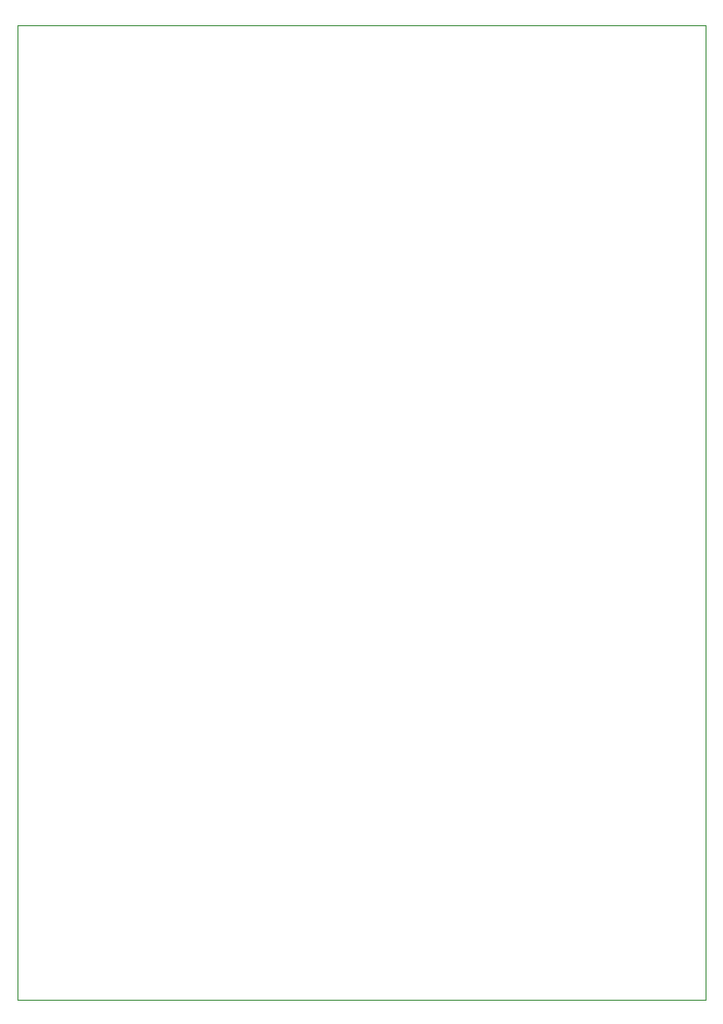
<source format=gbr>
G04 #@! TF.GenerationSoftware,KiCad,Pcbnew,5.1.2-1.fc30*
G04 #@! TF.CreationDate,2019-08-21T13:34:15+02:00*
G04 #@! TF.ProjectId,CarteScreening,43617274-6553-4637-9265-656e696e672e,rev?*
G04 #@! TF.SameCoordinates,Original*
G04 #@! TF.FileFunction,Profile,NP*
%FSLAX46Y46*%
G04 Gerber Fmt 4.6, Leading zero omitted, Abs format (unit mm)*
G04 Created by KiCad (PCBNEW 5.1.2-1.fc30) date 2019-08-21 13:34:15*
%MOMM*%
%LPD*%
G04 APERTURE LIST*
%ADD10C,0.050000*%
G04 APERTURE END LIST*
D10*
X180000000Y-50000000D02*
X180000000Y-135000000D01*
X120000000Y-50000000D02*
X180000000Y-50000000D01*
X120000000Y-135000000D02*
X120000000Y-50000000D01*
X180000000Y-135000000D02*
X120000000Y-135000000D01*
M02*

</source>
